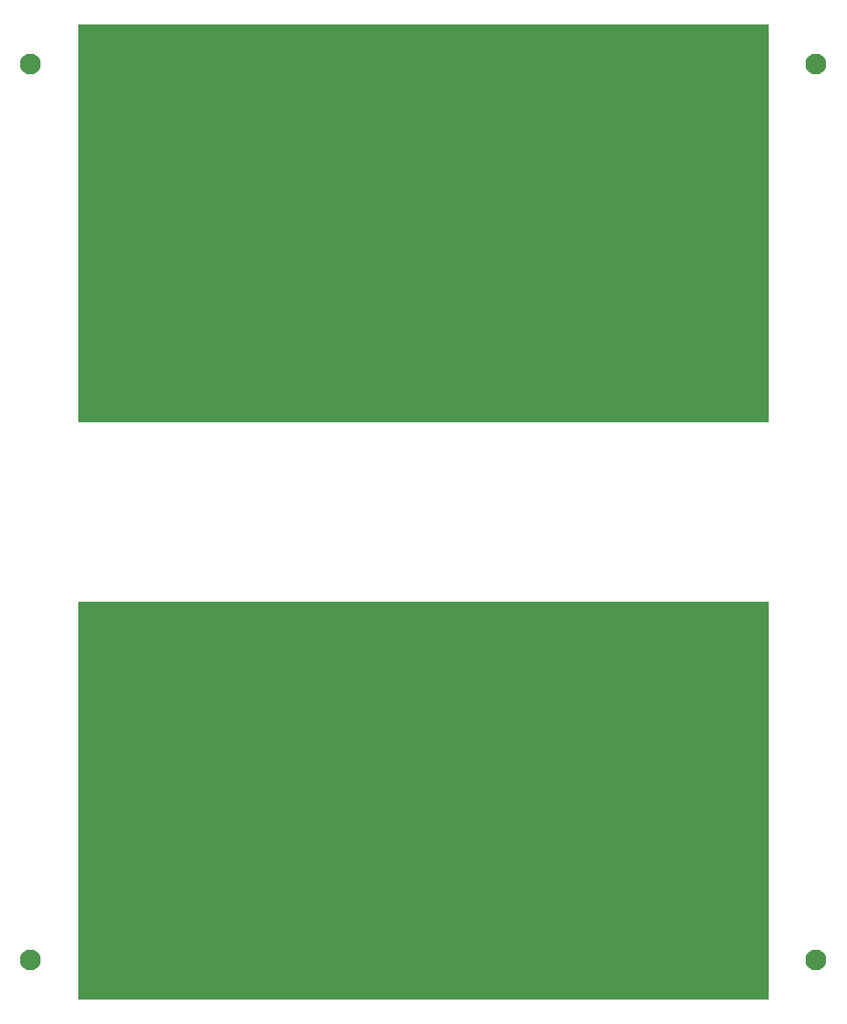
<source format=gbr>
G04 EAGLE Gerber RS-274X export*
G75*
%MOMM*%
%FSLAX34Y34*%
%LPD*%
%INGLUE*%
%IPPOS*%
%AMOC8*
5,1,8,0,0,1.08239X$1,22.5*%
G01*
%ADD10C,2.100000*%
%ADD11R,69.500000X40.000000*%


D10*
X20000Y950000D03*
X810000Y950000D03*
X810000Y50000D03*
X20000Y50000D03*
D11*
X415000Y790000D03*
X415000Y210000D03*
M02*

</source>
